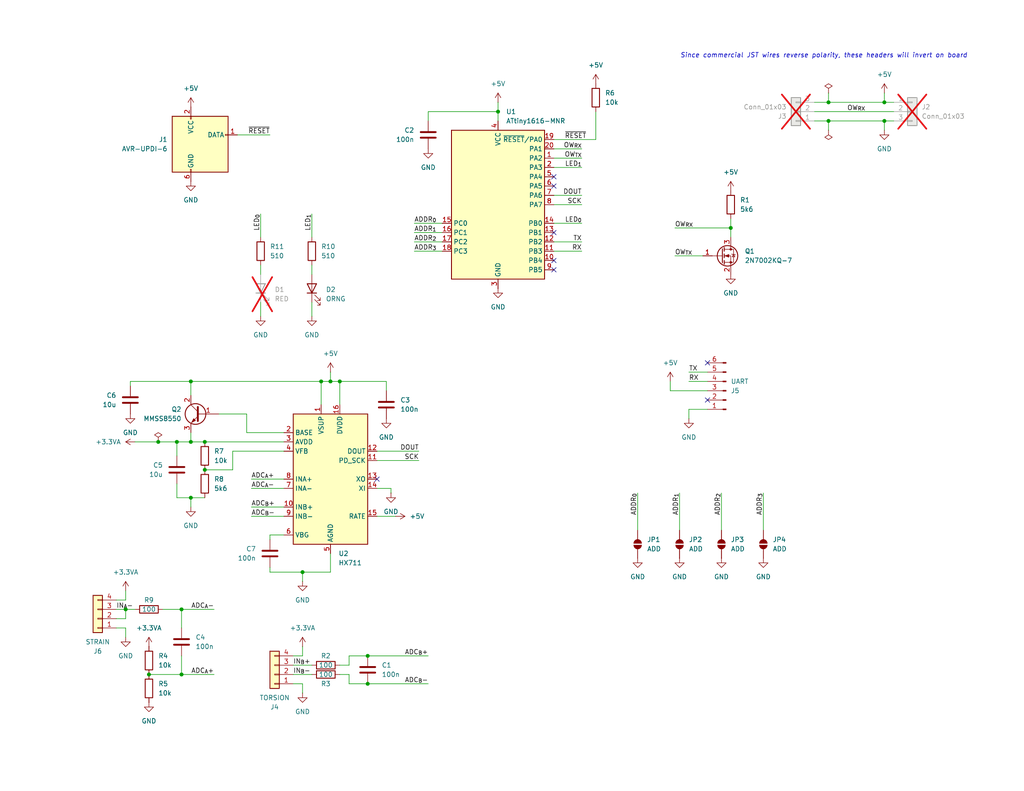
<source format=kicad_sch>
(kicad_sch (version 20231120) (generator "eeschema") (generator_version "8.0")
  (paper "USLetter")
  (title_block (title "Distributed Spar Load Sensors System") (date "2024-08-17") (rev "3") (company "HPVDT") (comment 1 "Uses single wire communication protocol"))
  (lib_symbols
    (symbol "Analog_ADC:HX711"
      (property "Reference" "U" (at 5.08 21.59 0))
      (property "Value" "HX711" (at 7.62 19.05 0))
      (symbol "HX711_0_1"
        (rectangle (start -10.16 17.78) (end 10.16 -17.78) (stroke (width 0.254)) (fill (type background)))
      )
      (symbol "HX711_1_1"
        (pin power_in line (at -2.54 20.32 270) (length 2.54) (name "VSUP") (number "1"))
        (pin input line (at -12.7 -7.62 0) (length 2.54) (name "INB+") (number "10"))
        (pin input line (at 12.7 5.08 180) (length 2.54) (name "PD_SCK") (number "11"))
        (pin output line (at 12.7 7.62 180) (length 2.54) (name "DOUT") (number "12"))
        (pin passive line (at 12.7 0 180) (length 2.54) (name "XO") (number "13"))
        (pin passive line (at 12.7 -2.54 180) (length 2.54) (name "XI") (number "14"))
        (pin input line (at 12.7 -10.16 180) (length 2.54) (name "RATE") (number "15"))
        (pin power_in line (at 2.54 20.32 270) (length 2.54) (name "DVDD") (number "16"))
        (pin passive line (at -12.7 12.7 0) (length 2.54) (name "BASE") (number "2"))
        (pin power_in line (at -12.7 10.16 0) (length 2.54) (name "AVDD") (number "3"))
        (pin input line (at -12.7 7.62 0) (length 2.54) (name "VFB") (number "4"))
        (pin power_in line (at 0 -20.32 90) (length 2.54) (name "AGND") (number "5"))
        (pin passive line (at -12.7 -15.24 0) (length 2.54) (name "VBG") (number "6"))
        (pin input line (at -12.7 -2.54 0) (length 2.54) (name "INA-") (number "7"))
        (pin input line (at -12.7 0 0) (length 2.54) (name "INA+") (number "8"))
        (pin input line (at -12.7 -10.16 0) (length 2.54) (name "INB-") (number "9"))
      )
    )
    (symbol "Connector:AVR-UPDI-6" (pin_names (offset 1.016))
      (property "Reference" "J" (at -6.35 8.89 0))
      (property "Value" "AVR-UPDI-6" (at 0 8.89 0))
      (symbol "AVR-UPDI-6_0_1"
        (rectangle (start -2.667 -6.858) (end -2.413 -7.62))
        (rectangle (start -2.667 7.62) (end -2.413 6.858))
        (rectangle (start 7.62 2.667) (end 6.858 2.413))
        (rectangle (start 7.62 7.62) (end -7.62 -7.62) (stroke (width 0.254)) (fill (type background)))
      )
      (symbol "AVR-UPDI-6_1_1"
        (pin passive line (at 10.16 2.54 180) (length 2.54) (name "DATA") (number "1"))
        (pin passive line (at -2.54 10.16 270) (length 2.54) (name "VCC") (number "2"))
        (pin no_connect line (at 7.62 0 180) (length 2.54) hide (name "NC") (number "3"))
        (pin no_connect line (at 7.62 -2.54 180) (length 2.54) hide (name "NC") (number "4"))
        (pin no_connect line (at 7.62 -5.08 180) (length 2.54) hide (name "NC") (number "5"))
        (pin passive line (at -2.54 -10.16 90) (length 2.54) (name "GND") (number "6"))
      )
    )
    (symbol "Connector:Conn_01x06_Pin" (pin_names (offset 1.016) hide)
      (property "Reference" "J" (at 0 7.62 0))
      (property "Value" "Conn_01x06_Pin" (at 0 -10.16 0))
      (symbol "Conn_01x06_Pin_1_1"
        (polyline (pts (xy 1.27 -7.62) (xy 0.8636 -7.62)) (stroke (width 0.1524)))
        (polyline (pts (xy 1.27 -5.08) (xy 0.8636 -5.08)) (stroke (width 0.1524)))
        (polyline (pts (xy 1.27 -2.54) (xy 0.8636 -2.54)) (stroke (width 0.1524)))
        (polyline (pts (xy 1.27 0) (xy 0.8636 0)) (stroke (width 0.1524)))
        (polyline (pts (xy 1.27 2.54) (xy 0.8636 2.54)) (stroke (width 0.1524)))
        (polyline (pts (xy 1.27 5.08) (xy 0.8636 5.08)) (stroke (width 0.1524)))
        (rectangle (start 0.8636 -7.493) (end 0 -7.747) (stroke (width 0.1524)) (fill (type outline)))
        (rectangle (start 0.8636 -4.953) (end 0 -5.207) (stroke (width 0.1524)) (fill (type outline)))
        (rectangle (start 0.8636 -2.413) (end 0 -2.667) (stroke (width 0.1524)) (fill (type outline)))
        (rectangle (start 0.8636 0.127) (end 0 -0.127) (stroke (width 0.1524)) (fill (type outline)))
        (rectangle (start 0.8636 2.667) (end 0 2.413) (stroke (width 0.1524)) (fill (type outline)))
        (rectangle (start 0.8636 5.207) (end 0 4.953) (stroke (width 0.1524)) (fill (type outline)))
        (pin passive line (at 5.08 5.08 180) (length 3.81) (name "Pin_1") (number "1"))
        (pin passive line (at 5.08 2.54 180) (length 3.81) (name "Pin_2") (number "2"))
        (pin passive line (at 5.08 0 180) (length 3.81) (name "Pin_3") (number "3"))
        (pin passive line (at 5.08 -2.54 180) (length 3.81) (name "Pin_4") (number "4"))
        (pin passive line (at 5.08 -5.08 180) (length 3.81) (name "Pin_5") (number "5"))
        (pin passive line (at 5.08 -7.62 180) (length 3.81) (name "Pin_6") (number "6"))
      )
    )
    (symbol "Connector_Generic:Conn_01x03" (pin_names (offset 1.016) hide)
      (property "Reference" "J" (at 0 5.08 0))
      (property "Value" "Conn_01x03" (at 0 -5.08 0))
      (symbol "Conn_01x03_1_1"
        (rectangle (start -1.27 -2.413) (end 0 -2.667) (stroke (width 0.1524)))
        (rectangle (start -1.27 0.127) (end 0 -0.127) (stroke (width 0.1524)))
        (rectangle (start -1.27 2.667) (end 0 2.413) (stroke (width 0.1524)))
        (rectangle (start -1.27 3.81) (end 1.27 -3.81) (stroke (width 0.254)) (fill (type background)))
        (pin passive line (at -5.08 2.54 0) (length 3.81) (name "Pin_1") (number "1"))
        (pin passive line (at -5.08 0 0) (length 3.81) (name "Pin_2") (number "2"))
        (pin passive line (at -5.08 -2.54 0) (length 3.81) (name "Pin_3") (number "3"))
      )
    )
    (symbol "Connector_Generic:Conn_01x04" (pin_names (offset 1.016) hide)
      (property "Reference" "J" (at 0 5.08 0))
      (property "Value" "Conn_01x04" (at 0 -7.62 0))
      (symbol "Conn_01x04_1_1"
        (rectangle (start -1.27 -4.953) (end 0 -5.207) (stroke (width 0.1524)))
        (rectangle (start -1.27 -2.413) (end 0 -2.667) (stroke (width 0.1524)))
        (rectangle (start -1.27 0.127) (end 0 -0.127) (stroke (width 0.1524)))
        (rectangle (start -1.27 2.667) (end 0 2.413) (stroke (width 0.1524)))
        (rectangle (start -1.27 3.81) (end 1.27 -6.35) (stroke (width 0.254)) (fill (type background)))
        (pin passive line (at -5.08 2.54 0) (length 3.81) (name "Pin_1") (number "1"))
        (pin passive line (at -5.08 0 0) (length 3.81) (name "Pin_2") (number "2"))
        (pin passive line (at -5.08 -2.54 0) (length 3.81) (name "Pin_3") (number "3"))
        (pin passive line (at -5.08 -5.08 0) (length 3.81) (name "Pin_4") (number "4"))
      )
    )
    (symbol "Device:C" (pin_numbers hide) (pin_names (offset 0.254))
      (property "Reference" "C" (at 0.635 2.54 0))
      (property "Value" "C" (at 0.635 -2.54 0))
      (symbol "C_0_1"
        (polyline (pts (xy -2.032 -0.762) (xy 2.032 -0.762)) (stroke (width 0.508)))
        (polyline (pts (xy -2.032 0.762) (xy 2.032 0.762)) (stroke (width 0.508)))
      )
      (symbol "C_1_1"
        (pin passive line (at 0 3.81 270) (length 2.794) (name "~") (number "1"))
        (pin passive line (at 0 -3.81 90) (length 2.794) (name "~") (number "2"))
      )
    )
    (symbol "Device:LED" (pin_numbers hide) (pin_names (offset 1.016) hide)
      (property "Reference" "D" (at 0 2.54 0))
      (property "Value" "LED" (at 0 -2.54 0))
      (symbol "LED_0_1"
        (polyline (pts (xy -1.27 -1.27) (xy -1.27 1.27)) (stroke (width 0.254)))
        (polyline (pts (xy -1.27 0) (xy 1.27 0)))
        (polyline (pts (xy 1.27 -1.27) (xy 1.27 1.27) (xy -1.27 0) (xy 1.27 -1.27)) (stroke (width 0.254)))
        (polyline (pts (xy -3.048 -0.762) (xy -4.572 -2.286) (xy -3.81 -2.286) (xy -4.572 -2.286) (xy -4.572 -1.524)))
        (polyline (pts (xy -1.778 -0.762) (xy -3.302 -2.286) (xy -2.54 -2.286) (xy -3.302 -2.286) (xy -3.302 -1.524)))
      )
      (symbol "LED_1_1"
        (pin passive line (at -3.81 0 0) (length 2.54) (name "K") (number "1"))
        (pin passive line (at 3.81 0 180) (length 2.54) (name "A") (number "2"))
      )
    )
    (symbol "Device:Q_NPN_BCE" (pin_names (offset 0) hide)
      (property "Reference" "Q" (at 5.08 1.27 0))
      (property "Value" "Q_NPN_BCE" (at 5.08 -1.27 0))
      (symbol "Q_NPN_BCE_0_1"
        (polyline (pts (xy 0.635 0.635) (xy 2.54 2.54)))
        (polyline (pts (xy 0.635 -0.635) (xy 2.54 -2.54) (xy 2.54 -2.54)))
        (polyline (pts (xy 0.635 1.905) (xy 0.635 -1.905) (xy 0.635 -1.905)) (stroke (width 0.508)))
        (polyline (pts (xy 1.27 -1.778) (xy 1.778 -1.27) (xy 2.286 -2.286) (xy 1.27 -1.778) (xy 1.27 -1.778)) (fill (type outline)))
        (circle (center 1.27 0) (radius 2.8194) (stroke (width 0.254)))
      )
      (symbol "Q_NPN_BCE_1_1"
        (pin input line (at -5.08 0 0) (length 5.715) (name "B") (number "1"))
        (pin passive line (at 2.54 5.08 270) (length 2.54) (name "C") (number "2"))
        (pin passive line (at 2.54 -5.08 90) (length 2.54) (name "E") (number "3"))
      )
    )
    (symbol "Device:R" (pin_numbers hide) (pin_names (offset 0))
      (property "Reference" "R" (at 2.032 0 90))
      (property "Value" "R" (at 0 0 90))
      (symbol "R_0_1"
        (rectangle (start -1.016 -2.54) (end 1.016 2.54) (stroke (width 0.254)))
      )
      (symbol "R_1_1"
        (pin passive line (at 0 3.81 270) (length 1.27) (name "~") (number "1"))
        (pin passive line (at 0 -3.81 90) (length 1.27) (name "~") (number "2"))
      )
    )
    (symbol "Jumper:SolderJumper_2_Open" (pin_numbers hide) (pin_names (offset 0) hide) (exclude_from_sim yes) (in_bom no)
      (property "Reference" "JP" (at 0 2.032 0))
      (property "Value" "SolderJumper_2_Open" (at 0 -2.54 0))
      (symbol "SolderJumper_2_Open_0_1"
        (arc (start -0.254 1.016) (mid -1.2656 0) (end -0.254 -1.016))
        (arc (start -0.254 1.016) (mid -1.2656 0) (end -0.254 -1.016) (fill (type outline)))
        (polyline (pts (xy -0.254 1.016) (xy -0.254 -1.016)))
        (polyline (pts (xy 0.254 1.016) (xy 0.254 -1.016)))
        (arc (start 0.254 -1.016) (mid 1.2656 0) (end 0.254 1.016))
        (arc (start 0.254 -1.016) (mid 1.2656 0) (end 0.254 1.016) (fill (type outline)))
      )
      (symbol "SolderJumper_2_Open_1_1"
        (pin passive line (at -3.81 0 0) (length 2.54) (name "A") (number "1"))
        (pin passive line (at 3.81 0 180) (length 2.54) (name "B") (number "2"))
      )
    )
    (symbol "MCU_Microchip_ATtiny:ATtiny1616-M"
      (property "Reference" "U" (at -12.7 21.59 0))
      (property "Value" "ATtiny1616-M" (at 2.54 -21.59 0))
      (symbol "ATtiny1616-M_0_1"
        (rectangle (start -12.7 -20.32) (end 12.7 20.32) (stroke (width 0.254)) (fill (type background)))
      )
      (symbol "ATtiny1616-M_1_1"
        (pin bidirectional line (at 15.24 12.7 180) (length 2.54) (name "PA2") (number "1"))
        (pin bidirectional line (at 15.24 -15.24 180) (length 2.54) (name "PB4") (number "10"))
        (pin bidirectional line (at 15.24 -12.7 180) (length 2.54) (name "PB3") (number "11"))
        (pin bidirectional line (at 15.24 -10.16 180) (length 2.54) (name "PB2") (number "12"))
        (pin bidirectional line (at 15.24 -7.62 180) (length 2.54) (name "PB1") (number "13"))
        (pin bidirectional line (at 15.24 -5.08 180) (length 2.54) (name "PB0") (number "14"))
        (pin bidirectional line (at -15.24 -5.08 0) (length 2.54) (name "PC0") (number "15"))
        (pin bidirectional line (at -15.24 -7.62 0) (length 2.54) (name "PC1") (number "16"))
        (pin bidirectional line (at -15.24 -10.16 0) (length 2.54) (name "PC2") (number "17"))
        (pin bidirectional line (at -15.24 -12.7 0) (length 2.54) (name "PC3") (number "18"))
        (pin bidirectional line (at 15.24 17.78 180) (length 2.54) (name "~{RESET}/PA0") (number "19"))
        (pin bidirectional line (at 15.24 10.16 180) (length 2.54) (name "PA3") (number "2"))
        (pin bidirectional line (at 15.24 15.24 180) (length 2.54) (name "PA1") (number "20"))
        (pin passive line (at 0 -22.86 90) (length 2.54) hide (name "GND") (number "21"))
        (pin power_in line (at 0 -22.86 90) (length 2.54) (name "GND") (number "3"))
        (pin power_in line (at 0 22.86 270) (length 2.54) (name "VCC") (number "4"))
        (pin bidirectional line (at 15.24 7.62 180) (length 2.54) (name "PA4") (number "5"))
        (pin bidirectional line (at 15.24 5.08 180) (length 2.54) (name "PA5") (number "6"))
        (pin bidirectional line (at 15.24 2.54 180) (length 2.54) (name "PA6") (number "7"))
        (pin bidirectional line (at 15.24 0 180) (length 2.54) (name "PA7") (number "8"))
        (pin bidirectional line (at 15.24 -17.78 180) (length 2.54) (name "PB5") (number "9"))
      )
    )
    (symbol "Transistor_FET:2N7002" (pin_names hide)
      (property "Reference" "Q" (at 5.08 1.905 0))
      (property "Value" "2N7002" (at 5.08 0 0))
      (symbol "2N7002_0_1"
        (polyline (pts (xy 0.254 0) (xy -2.54 0)))
        (polyline (pts (xy 0.254 1.905) (xy 0.254 -1.905)) (stroke (width 0.254)))
        (polyline (pts (xy 0.762 -1.27) (xy 0.762 -2.286)) (stroke (width 0.254)))
        (polyline (pts (xy 0.762 0.508) (xy 0.762 -0.508)) (stroke (width 0.254)))
        (polyline (pts (xy 0.762 2.286) (xy 0.762 1.27)) (stroke (width 0.254)))
        (polyline (pts (xy 2.54 2.54) (xy 2.54 1.778)))
        (polyline (pts (xy 2.54 -2.54) (xy 2.54 0) (xy 0.762 0)))
        (polyline (pts (xy 0.762 -1.778) (xy 3.302 -1.778) (xy 3.302 1.778) (xy 0.762 1.778)))
        (polyline (pts (xy 1.016 0) (xy 2.032 0.381) (xy 2.032 -0.381) (xy 1.016 0)) (fill (type outline)))
        (polyline (pts (xy 2.794 0.508) (xy 2.921 0.381) (xy 3.683 0.381) (xy 3.81 0.254)))
        (polyline (pts (xy 3.302 0.381) (xy 2.921 -0.254) (xy 3.683 -0.254) (xy 3.302 0.381)))
        (circle (center 1.651 0) (radius 2.794) (stroke (width 0.254)))
        (circle (center 2.54 -1.778) (radius 0.254) (fill (type outline)))
        (circle (center 2.54 1.778) (radius 0.254) (fill (type outline)))
      )
      (symbol "2N7002_1_1"
        (pin input line (at -5.08 0 0) (length 2.54) (name "G") (number "1"))
        (pin passive line (at 2.54 -5.08 90) (length 2.54) (name "S") (number "2"))
        (pin passive line (at 2.54 5.08 270) (length 2.54) (name "D") (number "3"))
      )
    )
    (symbol "power:+3.3VA" (power) (pin_numbers hide) (pin_names (offset 0) hide)
      (property "Value" "+3.3VA" (at 0 3.556 0))
      (symbol "+3.3VA_0_1"
        (polyline (pts (xy -0.762 1.27) (xy 0 2.54)))
        (polyline (pts (xy 0 0) (xy 0 2.54)))
        (polyline (pts (xy 0 2.54) (xy 0.762 1.27)))
      )
      (symbol "+3.3VA_1_1"
        (pin power_in line (at 0 0 90) (length 0) (name "~") (number "1"))
      )
    )
    (symbol "power:+5V" (power) (pin_numbers hide) (pin_names (offset 0) hide)
      (property "Value" "+5V" (at 0 3.556 0))
      (symbol "+5V_0_1"
        (polyline (pts (xy -0.762 1.27) (xy 0 2.54)))
        (polyline (pts (xy 0 0) (xy 0 2.54)))
        (polyline (pts (xy 0 2.54) (xy 0.762 1.27)))
      )
      (symbol "+5V_1_1"
        (pin power_in line (at 0 0 90) (length 0) (name "~") (number "1"))
      )
    )
    (symbol "power:GND" (power) (pin_numbers hide) (pin_names (offset 0) hide)
      (property "Value" "GND" (at 0 -3.81 0))
      (symbol "GND_0_1"
        (polyline (pts (xy 0 0) (xy 0 -1.27) (xy 1.27 -1.27) (xy 0 -2.54) (xy -1.27 -1.27) (xy 0 -1.27)))
      )
      (symbol "GND_1_1"
        (pin power_in line (at 0 0 270) (length 0) (name "~") (number "1"))
      )
    )
    (symbol "power:PWR_FLAG" (power) (pin_numbers hide) (pin_names (offset 0) hide)
      (property "Value" "PWR_FLAG" (at 0 3.81 0))
      (symbol "PWR_FLAG_0_0"
        (pin power_out line (at 0 0 90) (length 0) (name "~") (number "1"))
      )
      (symbol "PWR_FLAG_0_1"
        (polyline (pts (xy 0 0) (xy 0 1.27) (xy -1.016 1.905) (xy 0 2.54) (xy 1.016 1.905) (xy 0 1.27)))
      )
    )
  )
  (junction (at 40.64 184.15))
  (junction (at 226.06 33.02))
  (junction (at 82.55 156.21))
  (junction (at 241.3 33.02))
  (junction (at 90.17 104.14))
  (junction (at 92.71 104.14))
  (junction (at 199.39 62.23))
  (junction (at 241.3 27.94))
  (junction (at 55.88 120.65))
  (junction (at 52.07 120.65))
  (junction (at 226.06 27.94))
  (junction (at 43.18 120.65))
  (junction (at 52.07 135.89))
  (junction (at 100.33 186.69))
  (junction (at 100.33 179.07))
  (junction (at 34.29 166.37))
  (junction (at 52.07 104.14))
  (junction (at 49.53 184.15))
  (junction (at 87.63 104.14))
  (junction (at 48.26 120.65))
  (junction (at 49.53 166.37))
  (junction (at 135.89 30.48))
  (junction (at 55.88 128.27))
  (no_connect (at 193.04 109.22))
  (no_connect (at 151.13 48.26))
  (no_connect (at 102.87 130.81))
  (no_connect (at 151.13 73.66))
  (no_connect (at 151.13 50.8))
  (no_connect (at 193.04 99.06))
  (no_connect (at 151.13 71.12))
  (no_connect (at 151.13 63.5))
  (wire (pts (xy 31.75 168.91) (xy 34.29 168.91)))
  (wire (pts (xy 36.83 120.65) (xy 43.18 120.65)))
  (wire (pts (xy 151.13 68.58) (xy 158.75 68.58)))
  (wire (pts (xy 102.87 140.97) (xy 107.95 140.97)))
  (wire (pts (xy 55.88 120.65) (xy 77.47 120.65)))
  (wire (pts (xy 87.63 104.14) (xy 90.17 104.14)))
  (wire (pts (xy 193.04 106.68) (xy 182.88 106.68)))
  (wire (pts (xy 226.06 25.4) (xy 226.06 27.94)))
  (wire (pts (xy 173.99 134.62) (xy 173.99 144.78)))
  (wire (pts (xy 151.13 66.04) (xy 158.75 66.04)))
  (wire (pts (xy 68.58 133.35) (xy 77.47 133.35)))
  (wire (pts (xy 35.56 104.14) (xy 35.56 105.41)))
  (wire (pts (xy 80.01 179.07) (xy 82.55 179.07)))
  (wire (pts (xy 43.18 120.65) (xy 48.26 120.65)))
  (wire (pts (xy 151.13 60.96) (xy 158.75 60.96)))
  (wire (pts (xy 226.06 33.02) (xy 222.25 33.02)))
  (wire (pts (xy 34.29 166.37) (xy 36.83 166.37)))
  (wire (pts (xy 100.33 179.07) (xy 116.84 179.07)))
  (wire (pts (xy 48.26 120.65) (xy 52.07 120.65)))
  (wire (pts (xy 90.17 156.21) (xy 90.17 151.13)))
  (wire (pts (xy 105.41 104.14) (xy 92.71 104.14)))
  (wire (pts (xy 135.89 30.48) (xy 135.89 33.02)))
  (wire (pts (xy 80.01 181.61) (xy 85.09 181.61)))
  (wire (pts (xy 52.07 118.11) (xy 52.07 120.65)))
  (wire (pts (xy 52.07 135.89) (xy 55.88 135.89)))
  (wire (pts (xy 222.25 30.48) (xy 243.84 30.48)))
  (wire (pts (xy 92.71 104.14) (xy 92.71 110.49)))
  (wire (pts (xy 40.64 184.15) (xy 49.53 184.15)))
  (wire (pts (xy 113.03 63.5) (xy 120.65 63.5)))
  (wire (pts (xy 63.5 128.27) (xy 55.88 128.27)))
  (wire (pts (xy 113.03 66.04) (xy 120.65 66.04)))
  (wire (pts (xy 151.13 55.88) (xy 158.75 55.88)))
  (wire (pts (xy 116.84 30.48) (xy 135.89 30.48)))
  (wire (pts (xy 68.58 130.81) (xy 77.47 130.81)))
  (wire (pts (xy 68.58 140.97) (xy 77.47 140.97)))
  (wire (pts (xy 80.01 184.15) (xy 85.09 184.15)))
  (wire (pts (xy 67.31 118.11) (xy 77.47 118.11)))
  (wire (pts (xy 82.55 179.07) (xy 82.55 176.53)))
  (wire (pts (xy 82.55 156.21) (xy 82.55 158.75)))
  (wire (pts (xy 44.45 166.37) (xy 49.53 166.37)))
  (wire (pts (xy 241.3 33.02) (xy 243.84 33.02)))
  (wire (pts (xy 100.33 186.69) (xy 116.84 186.69)))
  (wire (pts (xy 208.28 134.62) (xy 208.28 144.78)))
  (wire (pts (xy 92.71 181.61) (xy 95.25 181.61)))
  (wire (pts (xy 82.55 186.69) (xy 82.55 189.23)))
  (wire (pts (xy 95.25 184.15) (xy 95.25 186.69)))
  (wire (pts (xy 90.17 104.14) (xy 92.71 104.14)))
  (wire (pts (xy 199.39 62.23) (xy 199.39 64.77)))
  (wire (pts (xy 52.07 135.89) (xy 52.07 138.43)))
  (wire (pts (xy 59.69 113.03) (xy 67.31 113.03)))
  (wire (pts (xy 34.29 168.91) (xy 34.29 166.37)))
  (wire (pts (xy 113.03 68.58) (xy 120.65 68.58)))
  (wire (pts (xy 199.39 62.23) (xy 199.39 59.69)))
  (wire (pts (xy 64.77 36.83) (xy 73.66 36.83)))
  (wire (pts (xy 92.71 184.15) (xy 95.25 184.15)))
  (wire (pts (xy 77.47 146.05) (xy 73.66 146.05)))
  (wire (pts (xy 151.13 45.72) (xy 158.75 45.72)))
  (wire (pts (xy 77.47 123.19) (xy 63.5 123.19)))
  (wire (pts (xy 48.26 135.89) (xy 52.07 135.89)))
  (wire (pts (xy 73.66 154.94) (xy 73.66 156.21)))
  (wire (pts (xy 241.3 33.02) (xy 241.3 35.56)))
  (wire (pts (xy 151.13 40.64) (xy 158.75 40.64)))
  (wire (pts (xy 151.13 43.18) (xy 158.75 43.18)))
  (wire (pts (xy 187.96 104.14) (xy 193.04 104.14)))
  (wire (pts (xy 49.53 171.45) (xy 49.53 166.37)))
  (wire (pts (xy 63.5 123.19) (xy 63.5 128.27)))
  (wire (pts (xy 73.66 156.21) (xy 82.55 156.21)))
  (wire (pts (xy 162.56 38.1) (xy 162.56 30.48)))
  (wire (pts (xy 58.42 166.37) (xy 49.53 166.37)))
  (wire (pts (xy 68.58 138.43) (xy 77.47 138.43)))
  (wire (pts (xy 184.15 62.23) (xy 199.39 62.23)))
  (wire (pts (xy 35.56 104.14) (xy 52.07 104.14)))
  (wire (pts (xy 34.29 161.29) (xy 34.29 163.83)))
  (wire (pts (xy 71.12 58.42) (xy 71.12 64.77)))
  (wire (pts (xy 80.01 186.69) (xy 82.55 186.69)))
  (wire (pts (xy 52.07 120.65) (xy 55.88 120.65)))
  (wire (pts (xy 87.63 110.49) (xy 87.63 104.14)))
  (wire (pts (xy 226.06 33.02) (xy 241.3 33.02)))
  (wire (pts (xy 184.15 69.85) (xy 191.77 69.85)))
  (wire (pts (xy 85.09 74.93) (xy 85.09 72.39)))
  (wire (pts (xy 85.09 58.42) (xy 85.09 64.77)))
  (wire (pts (xy 95.25 181.61) (xy 95.25 179.07)))
  (wire (pts (xy 106.68 133.35) (xy 106.68 134.62)))
  (wire (pts (xy 102.87 125.73) (xy 114.3 125.73)))
  (wire (pts (xy 193.04 111.76) (xy 187.96 111.76)))
  (wire (pts (xy 71.12 86.36) (xy 71.12 82.55)))
  (wire (pts (xy 34.29 171.45) (xy 34.29 173.99)))
  (wire (pts (xy 187.96 101.6) (xy 193.04 101.6)))
  (wire (pts (xy 90.17 101.6) (xy 90.17 104.14)))
  (wire (pts (xy 241.3 25.4) (xy 241.3 27.94)))
  (wire (pts (xy 102.87 123.19) (xy 114.3 123.19)))
  (wire (pts (xy 34.29 163.83) (xy 31.75 163.83)))
  (wire (pts (xy 151.13 53.34) (xy 158.75 53.34)))
  (wire (pts (xy 196.85 134.62) (xy 196.85 144.78)))
  (wire (pts (xy 82.55 156.21) (xy 90.17 156.21)))
  (wire (pts (xy 105.41 104.14) (xy 105.41 106.68)))
  (wire (pts (xy 241.3 27.94) (xy 243.84 27.94)))
  (wire (pts (xy 85.09 86.36) (xy 85.09 82.55)))
  (wire (pts (xy 52.07 104.14) (xy 87.63 104.14)))
  (wire (pts (xy 226.06 35.56) (xy 226.06 33.02)))
  (wire (pts (xy 95.25 186.69) (xy 100.33 186.69)))
  (wire (pts (xy 48.26 120.65) (xy 48.26 124.46)))
  (wire (pts (xy 48.26 132.08) (xy 48.26 135.89)))
  (wire (pts (xy 102.87 133.35) (xy 106.68 133.35)))
  (wire (pts (xy 73.66 146.05) (xy 73.66 147.32)))
  (wire (pts (xy 185.42 134.62) (xy 185.42 144.78)))
  (wire (pts (xy 182.88 106.68) (xy 182.88 104.14)))
  (wire (pts (xy 31.75 171.45) (xy 34.29 171.45)))
  (wire (pts (xy 31.75 166.37) (xy 34.29 166.37)))
  (wire (pts (xy 49.53 179.07) (xy 49.53 184.15)))
  (wire (pts (xy 222.25 27.94) (xy 226.06 27.94)))
  (wire (pts (xy 71.12 74.93) (xy 71.12 72.39)))
  (wire (pts (xy 151.13 38.1) (xy 162.56 38.1)))
  (wire (pts (xy 113.03 60.96) (xy 120.65 60.96)))
  (wire (pts (xy 135.89 27.94) (xy 135.89 30.48)))
  (wire (pts (xy 52.07 104.14) (xy 52.07 107.95)))
  (wire (pts (xy 58.42 184.15) (xy 49.53 184.15)))
  (wire (pts (xy 187.96 111.76) (xy 187.96 114.3)))
  (wire (pts (xy 226.06 27.94) (xy 241.3 27.94)))
  (wire (pts (xy 67.31 113.03) (xy 67.31 118.11)))
  (wire (pts (xy 95.25 179.07) (xy 100.33 179.07)))
  (wire (pts (xy 116.84 33.02) (xy 116.84 30.48)))
  (text "Since commercial JST wires reverse polarity, these headers will invert on board" (at 224.79 15.24 0) (effects (font (size 1.27 1.27) (italic yes))))
  (label "LED_{1}" (at 158.75 45.72 180))
  (label "ADC_{B}-" (at 116.84 186.69 180))
  (label "TX" (at 187.96 101.6 0))
  (label "IN_{B}+" (at 80.01 181.61 0))
  (label "ADC_{B}-" (at 68.58 140.97 0))
  (label "OW_{RX}" (at 231.14 30.48 0))
  (label "ADC_{B}+" (at 116.84 179.07 180))
  (label "ADC_{B}+" (at 68.58 138.43 0))
  (label "IN_{B}-" (at 80.01 184.15 0))
  (label "ADC_{A}+" (at 58.42 184.15 180))
  (label "ADC_{A}+" (at 68.58 130.81 0))
  (label "SCK" (at 114.3 125.73 180))
  (label "~{RESET}" (at 73.66 36.83 180))
  (label "ADDR_{0}" (at 113.03 60.96 0))
  (label "ADDR_{1}" (at 113.03 63.5 0))
  (label "RX" (at 158.75 68.58 180))
  (label "SCK" (at 158.75 55.88 180))
  (label "OW_{RX}" (at 158.75 40.64 180))
  (label "LED_{0}" (at 158.75 60.96 180))
  (label "DOUT" (at 158.75 53.34 180))
  (label "OW_{TX}" (at 184.15 69.85 0))
  (label "DOUT" (at 114.3 123.19 180))
  (label "RX" (at 187.96 104.14 0))
  (label "ADC_{A}-" (at 68.58 133.35 0))
  (label "ADDR_{3}" (at 113.03 68.58 0))
  (label "ADDR_{3}" (at 208.28 134.62 270))
  (label "ADDR_{2}" (at 113.03 66.04 0))
  (label "ADDR_{0}" (at 173.99 134.62 270))
  (label "ADC_{A}-" (at 58.42 166.37 180))
  (label "TX" (at 158.75 66.04 180))
  (label "~{RESET}" (at 160.02 38.1 180))
  (label "LED_{0}" (at 71.12 58.42 270))
  (label "OW_{TX}" (at 158.75 43.18 180))
  (label "ADDR_{1}" (at 185.42 134.62 270))
  (label "ADDR_{2}" (at 196.85 134.62 270))
  (label "IN_{A}-" (at 31.75 166.37 0))
  (label "LED_{1}" (at 85.09 58.42 270))
  (label "OW_{RX}" (at 184.15 62.23 0))
  (symbol (lib_id "Device:C") (at 100.33 182.88 0) (unit 1)
    (property "Reference" "C1" (at 104.14 181.6099 0) (effects (justify left)))
    (property "Value" "100n" (at 104.14 184.1499 0) (effects (justify left)))
    (property "Footprint" "Capacitor_SMD:C_0402_1005Metric" (effects (hide yes)))
    (property "Description" "Unpolarized capacitor" (effects (hide yes)))
    (property "LCSC" "C5448875" (effects (hide yes)))
  )
  (symbol (lib_id "Device:R") (at 40.64 180.34 0) (unit 1)
    (property "Reference" "R4" (at 43.18 179.0699 0) (effects (justify left)))
    (property "Value" "10k" (at 43.18 181.6099 0) (effects (justify left)))
    (property "Footprint" "Resistor_SMD:R_0402_1005Metric" (effects (hide yes)))
    (property "Description" "Resistor" (effects (hide yes)))
    (property "LCSC" "C191915" (effects (hide yes)))
  )
  (symbol (lib_id "power:GND") (at 85.09 86.36 0) (unit 1)
    (property "Reference" "#PWR032" (effects (hide yes)))
    (property "Value" "GND" (at 85.09 91.44 0))
    (property "Description" "Power symbol creates a global label with name \"GND\" , ground" (effects (hide yes)))
  )
  (symbol (lib_id "power:+3.3VA") (at 40.64 176.53 0) (unit 1)
    (property "Reference" "#PWR029" (effects (hide yes)))
    (property "Value" "+3.3VA" (at 40.64 171.45 0))
    (property "Description" "Power symbol creates a global label with name \"+3.3VA\"" (effects (hide yes)))
  )
  (symbol (lib_id "Device:R") (at 55.88 124.46 0) (unit 1)
    (property "Reference" "R7" (at 58.42 123.1899 0) (effects (justify left)))
    (property "Value" "10k" (at 58.42 125.7299 0) (effects (justify left)))
    (property "Footprint" "Resistor_SMD:R_0402_1005Metric" (effects (hide yes)))
    (property "Description" "Resistor" (effects (hide yes)))
    (property "LCSC" "C723353" (effects (hide yes)))
  )
  (symbol (lib_id "Device:C") (at 105.41 110.49 0) (unit 1)
    (property "Reference" "C3" (at 109.22 109.2199 0) (effects (justify left)))
    (property "Value" "100n" (at 109.22 111.7599 0) (effects (justify left)))
    (property "Footprint" "Capacitor_SMD:C_0402_1005Metric" (effects (hide yes)))
    (property "Description" "Unpolarized capacitor" (effects (hide yes)))
    (property "LCSC" "C5448875" (effects (hide yes)))
  )
  (symbol (lib_id "power:+3.3VA") (at 36.83 120.65 90) (unit 1)
    (property "Reference" "#PWR025" (effects (hide yes)))
    (property "Value" "+3.3VA" (at 33.02 120.6499 90) (effects (justify left)))
    (property "Description" "Power symbol creates a global label with name \"+3.3VA\"" (effects (hide yes)))
  )
  (symbol (lib_id "Device:R") (at 55.88 132.08 0) (unit 1)
    (property "Reference" "R8" (at 58.42 130.8099 0) (effects (justify left)))
    (property "Value" "5k6" (at 58.42 133.3499 0) (effects (justify left)))
    (property "Footprint" "Resistor_SMD:R_0402_1005Metric" (effects (hide yes)))
    (property "Description" "Resistor" (effects (hide yes)))
    (property "LCSC" "C340537" (effects (hide yes)))
  )
  (symbol (lib_id "Device:R") (at 162.56 26.67 0) (unit 1)
    (property "Reference" "R6" (at 165.1 25.3999 0) (effects (justify left)))
    (property "Value" "10k" (at 165.1 27.9399 0) (effects (justify left)))
    (property "Footprint" "Resistor_SMD:R_0402_1005Metric" (effects (hide yes)))
    (property "Description" "Resistor" (effects (hide yes)))
    (property "LCSC" "C723353" (effects (hide yes)))
  )
  (symbol (lib_id "power:+5V") (at 162.56 22.86 0) (unit 1)
    (property "Reference" "#PWR026" (effects (hide yes)))
    (property "Value" "+5V" (at 162.56 17.78 0))
    (property "Description" "Power symbol creates a global label with name \"+5V\"" (effects (hide yes)))
  )
  (symbol (lib_id "Device:R") (at 199.39 55.88 0) (unit 1)
    (property "Reference" "R1" (at 201.93 54.6099 0) (effects (justify left)))
    (property "Value" "5k6" (at 201.93 57.1499 0) (effects (justify left)))
    (property "Footprint" "Resistor_SMD:R_0402_1005Metric" (effects (hide yes)))
    (property "Description" "Resistor" (effects (hide yes)))
    (property "LCSC" "C340537" (effects (hide yes)))
  )
  (symbol (lib_id "power:GND") (at 185.42 152.4 0) (unit 1)
    (property "Reference" "#PWR012" (effects (hide yes)))
    (property "Value" "GND" (at 185.42 157.48 0))
    (property "Description" "Power symbol creates a global label with name \"GND\" , ground" (effects (hide yes)))
  )
  (symbol (lib_id "Device:R") (at 40.64 187.96 0) (unit 1)
    (property "Reference" "R5" (at 43.18 186.6899 0) (effects (justify left)))
    (property "Value" "10k" (at 43.18 189.2299 0) (effects (justify left)))
    (property "Footprint" "Resistor_SMD:R_0402_1005Metric" (effects (hide yes)))
    (property "Description" "Resistor" (effects (hide yes)))
    (property "LCSC" "C191915" (effects (hide yes)))
  )
  (symbol (lib_id "Connector:AVR-UPDI-6") (at 54.61 39.37 0) (unit 1) (in_bom no)
    (property "Reference" "J1" (at 45.72 38.0999 0) (effects (justify right)))
    (property "Value" "AVR-UPDI-6" (at 45.72 40.6399 0) (effects (justify right)))
    (property "Footprint" "Connector:Tag-Connect_TC2030-IDC-NL_2x03_P1.27mm_Vertical" (effects (hide yes)))
    (property "Datasheet" "https://www.microchip.com/webdoc/GUID-9D10622A-5C16-4405-B092-1BDD437B4976/index.html?GUID-9B349315-2842-4189-B88C-49F4E1055D7F" (effects (hide yes)))
    (property "Description" "Atmel 6-pin UPDI connector" (effects (hide yes)))
    (property "LCSC" "N/A" (effects (hide yes)))
  )
  (symbol (lib_id "Device:C") (at 48.26 128.27 0) (mirror y) (unit 1)
    (property "Reference" "C5" (at 44.45 126.9999 0) (effects (justify left)))
    (property "Value" "10u" (at 44.45 129.5399 0) (effects (justify left)))
    (property "Footprint" "Capacitor_SMD:C_0603_1608Metric" (effects (hide yes)))
    (property "Description" "Unpolarized capacitor" (effects (hide yes)))
    (property "LCSC" "C5360828" (effects (hide yes)))
  )
  (symbol (lib_id "power:GND") (at 196.85 152.4 0) (unit 1)
    (property "Reference" "#PWR013" (effects (hide yes)))
    (property "Value" "GND" (at 196.85 157.48 0))
    (property "Description" "Power symbol creates a global label with name \"GND\" , ground" (effects (hide yes)))
  )
  (symbol (lib_id "Device:C") (at 116.84 36.83 0) (mirror y) (unit 1)
    (property "Reference" "C2" (at 113.03 35.5599 0) (effects (justify left)))
    (property "Value" "100n" (at 113.03 38.0999 0) (effects (justify left)))
    (property "Footprint" "Capacitor_SMD:C_0402_1005Metric" (effects (hide yes)))
    (property "Description" "Unpolarized capacitor" (effects (hide yes)))
    (property "LCSC" "C5448875" (effects (hide yes)))
  )
  (symbol (lib_id "power:+5V") (at 52.07 29.21 0) (unit 1)
    (property "Reference" "#PWR021" (effects (hide yes)))
    (property "Value" "+5V" (at 52.07 24.13 0))
    (property "Description" "Power symbol creates a global label with name \"+5V\"" (effects (hide yes)))
  )
  (symbol (lib_id "power:PWR_FLAG") (at 226.06 25.4 0) (unit 1)
    (property "Reference" "#FLG02" (effects (hide yes)))
    (property "Value" "PWR_FLAG" (effects (hide yes)))
    (property "Description" "Special symbol for telling ERC where power comes from" (effects (hide yes)))
  )
  (symbol (lib_id "Device:R") (at 85.09 68.58 0) (unit 1)
    (property "Reference" "R10" (at 87.63 67.3099 0) (effects (justify left)))
    (property "Value" "510" (at 87.63 69.8499 0) (effects (justify left)))
    (property "Footprint" "Resistor_SMD:R_0402_1005Metric" (effects (hide yes)))
    (property "Description" "Resistor" (effects (hide yes)))
    (property "LCSC" "C2991609" (effects (hide yes)))
  )
  (symbol (lib_id "Device:LED") (at 85.09 78.74 90) (unit 1)
    (property "Reference" "D2" (at 88.9 79.0574 90) (effects (justify right)))
    (property "Value" "ORNG" (at 88.9 81.5974 90) (effects (justify right)))
    (property "Footprint" "LED_SMD:LED_0805_2012Metric" (effects (hide yes)))
    (property "Description" "Light emitting diode" (effects (hide yes)))
    (property "LCSC" "C2292" (effects (hide yes)))
  )
  (symbol (lib_id "Device:R") (at 40.64 166.37 90) (unit 1)
    (property "Reference" "R9" (at 40.64 163.83 90))
    (property "Value" "100" (at 40.64 166.37 90))
    (property "Footprint" "Resistor_SMD:R_0402_1005Metric" (effects (hide yes)))
    (property "Description" "Resistor" (effects (hide yes)))
    (property "LCSC" "C606168" (effects (hide yes)))
  )
  (symbol (lib_id "Device:Q_NPN_BCE") (at 54.61 113.03 0) (mirror y) (unit 1)
    (property "Reference" "Q2" (at 49.53 111.7599 0) (effects (justify left)))
    (property "Value" "MMSS8550" (at 49.53 114.2999 0) (effects (justify left)))
    (property "Footprint" "Package_TO_SOT_SMD:SOT-23" (effects (hide yes)))
    (property "Datasheet" "https://wmsc.lcsc.com/wmsc/upload/file/pdf/v2/lcsc/2304281737_MCC-Micro-Commercial-Components-MMSS8550-H-TP_C192429.pdf" (effects (hide yes)))
    (property "Description" "NPN transistor, base/collector/emitter" (effects (hide yes)))
    (property "LCSC" "C192429" (effects (hide yes)))
  )
  (symbol (lib_id "power:+5V") (at 199.39 52.07 0) (unit 1)
    (property "Reference" "#PWR023" (effects (hide yes)))
    (property "Value" "+5V" (at 199.39 46.99 0))
    (property "Description" "Power symbol creates a global label with name \"+5V\"" (effects (hide yes)))
  )
  (symbol (lib_id "power:+5V") (at 135.89 27.94 0) (unit 1)
    (property "Reference" "#PWR022" (effects (hide yes)))
    (property "Value" "+5V" (at 135.89 22.86 0))
    (property "Description" "Power symbol creates a global label with name \"+5V\"" (effects (hide yes)))
  )
  (symbol (lib_id "power:GND") (at 241.3 35.56 0) (unit 1)
    (property "Reference" "#PWR020" (effects (hide yes)))
    (property "Value" "GND" (at 241.3 40.64 0))
    (property "Description" "Power symbol creates a global label with name \"GND\" , ground" (effects (hide yes)))
  )
  (symbol (lib_id "power:GND") (at 187.96 114.3 0) (unit 1)
    (property "Reference" "#PWR015" (effects (hide yes)))
    (property "Value" "GND" (at 187.96 119.38 0))
    (property "Description" "Power symbol creates a global label with name \"GND\" , ground" (effects (hide yes)))
  )
  (symbol (lib_id "Jumper:SolderJumper_2_Open") (at 208.28 148.59 90) (unit 1) (exclude_from_sim yes) (in_bom no)
    (property "Reference" "JP4" (at 210.82 147.3199 90) (effects (justify right)))
    (property "Value" "ADD" (at 210.82 149.8599 90) (effects (justify right)))
    (property "Footprint" "Jumper:SolderJumper-2_P1.3mm_Open_TrianglePad1.0x1.5mm" (effects (hide yes)))
    (property "Description" "Solder Jumper, 2-pole, open" (effects (hide yes)))
    (property "LCSC" "N/A" (effects (hide yes)))
  )
  (symbol (lib_id "power:GND") (at 106.68 134.62 0) (unit 1)
    (property "Reference" "#PWR03" (effects (hide yes)))
    (property "Value" "GND" (at 106.68 139.7 0))
    (property "Description" "Power symbol creates a global label with name \"GND\" , ground" (effects (hide yes)))
  )
  (symbol (lib_id "Connector_Generic:Conn_01x04") (at 26.67 168.91 180) (unit 1) (in_bom no)
    (property "Reference" "J6" (at 26.67 177.8 0))
    (property "Value" "STRAIN" (at 26.67 175.26 0))
    (property "Footprint" "Connector_PinHeader_2.00mm:PinHeader_1x04_P2.00mm_Vertical" (effects (hide yes)))
    (property "Description" "Generic connector, single row, 01x04, script generated (kicad-library-utils/schlib/autogen/connector/)" (effects (hide yes)))
    (property "LCSC" "N/A" (effects (hide yes)))
  )
  (symbol (lib_id "Connector_Generic:Conn_01x04") (at 74.93 184.15 180) (unit 1) (in_bom no)
    (property "Reference" "J4" (at 74.93 193.04 0))
    (property "Value" "TORSION" (at 74.93 190.5 0))
    (property "Footprint" "Connector_PinHeader_2.00mm:PinHeader_1x04_P2.00mm_Vertical" (effects (hide yes)))
    (property "Description" "Generic connector, single row, 01x04, script generated (kicad-library-utils/schlib/autogen/connector/)" (effects (hide yes)))
    (property "LCSC" "N/A" (effects (hide yes)))
  )
  (symbol (lib_id "Jumper:SolderJumper_2_Open") (at 185.42 148.59 90) (unit 1) (exclude_from_sim yes) (in_bom no)
    (property "Reference" "JP2" (at 187.96 147.3199 90) (effects (justify right)))
    (property "Value" "ADD" (at 187.96 149.8599 90) (effects (justify right)))
    (property "Footprint" "Jumper:SolderJumper-2_P1.3mm_Open_TrianglePad1.0x1.5mm" (effects (hide yes)))
    (property "Description" "Solder Jumper, 2-pole, open" (effects (hide yes)))
    (property "LCSC" "N/A" (effects (hide yes)))
  )
  (symbol (lib_id "power:+3.3VA") (at 82.55 176.53 0) (unit 1)
    (property "Reference" "#PWR028" (effects (hide yes)))
    (property "Value" "+3.3VA" (at 82.55 171.45 0))
    (property "Description" "Power symbol creates a global label with name \"+3.3VA\"" (effects (hide yes)))
  )
  (symbol (lib_id "power:GND") (at 116.84 40.64 0) (mirror y) (unit 1)
    (property "Reference" "#PWR018" (effects (hide yes)))
    (property "Value" "GND" (at 116.84 45.72 0))
    (property "Description" "Power symbol creates a global label with name \"GND\" , ground" (effects (hide yes)))
  )
  (symbol (lib_id "Jumper:SolderJumper_2_Open") (at 173.99 148.59 90) (unit 1) (exclude_from_sim yes) (in_bom no)
    (property "Reference" "JP1" (at 176.53 147.3199 90) (effects (justify right)))
    (property "Value" "ADD" (at 176.53 149.8599 90) (effects (justify right)))
    (property "Footprint" "Jumper:SolderJumper-2_P1.3mm_Open_TrianglePad1.0x1.5mm" (effects (hide yes)))
    (property "Description" "Solder Jumper, 2-pole, open" (effects (hide yes)))
    (property "LCSC" "N/A" (effects (hide yes)))
  )
  (symbol (lib_id "power:+5V") (at 90.17 101.6 0) (unit 1)
    (property "Reference" "#PWR01" (effects (hide yes)))
    (property "Value" "+5V" (at 90.17 96.52 0))
    (property "Description" "Power symbol creates a global label with name \"+5V\"" (effects (hide yes)))
  )
  (symbol (lib_id "power:GND") (at 35.56 113.03 0) (unit 1)
    (property "Reference" "#PWR07" (effects (hide yes)))
    (property "Value" "GND" (at 35.56 118.11 0))
    (property "Description" "Power symbol creates a global label with name \"GND\" , ground" (effects (hide yes)))
  )
  (symbol (lib_id "MCU_Microchip_ATtiny:ATtiny1616-M") (at 135.89 55.88 0) (unit 1)
    (property "Reference" "U1" (at 138.0841 30.48 0) (effects (justify left)))
    (property "Value" "ATtiny1616-MNR" (at 138.0841 33.02 0) (effects (justify left)))
    (property "Footprint" "Package_DFN_QFN:VQFN-20-1EP_3x3mm_P0.4mm_EP1.7x1.7mm" (effects (hide yes)))
    (property "Datasheet" "http://ww1.microchip.com/downloads/en/DeviceDoc/ATtiny3216_ATtiny1616-data-sheet-40001997B.pdf" (effects (hide yes)))
    (property "Description" "20MHz, 16kB Flash, 2kB SRAM, 256B EEPROM, VQFN-20" (effects (hide yes)))
    (property "LCSC" "C507118" (effects (hide yes)))
  )
  (symbol (lib_id "Connector_Generic:Conn_01x03") (at 248.92 30.48 0) (unit 1) (dnp yes)
    (property "Reference" "J2" (at 251.46 29.2099 0) (effects (justify left)))
    (property "Value" "Conn_01x03" (at 251.46 31.7499 0) (effects (justify left)))
    (property "Footprint" "Connector_JST:JST_EH_B3B-EH-A_1x03_P2.50mm_Vertical" (effects (hide yes)))
    (property "Description" "Generic connector, single row, 01x03, script generated (kicad-library-utils/schlib/autogen/connector/)" (effects (hide yes)))
    (property "LCSC" "C398546" (effects (hide yes)))
  )
  (symbol (lib_id "Device:C") (at 73.66 151.13 0) (mirror y) (unit 1)
    (property "Reference" "C7" (at 69.85 149.8599 0) (effects (justify left)))
    (property "Value" "100n" (at 69.85 152.3999 0) (effects (justify left)))
    (property "Footprint" "Capacitor_SMD:C_0402_1005Metric" (effects (hide yes)))
    (property "Description" "Unpolarized capacitor" (effects (hide yes)))
    (property "LCSC" "C5448875" (effects (hide yes)))
  )
  (symbol (lib_id "power:+5V") (at 241.3 25.4 0) (unit 1)
    (property "Reference" "#PWR030" (effects (hide yes)))
    (property "Value" "+5V" (at 241.3 20.32 0))
    (property "Description" "Power symbol creates a global label with name \"+5V\"" (effects (hide yes)))
  )
  (symbol (lib_id "Device:C") (at 35.56 109.22 0) (mirror y) (unit 1)
    (property "Reference" "C6" (at 31.75 107.9499 0) (effects (justify left)))
    (property "Value" "10u" (at 31.75 110.4899 0) (effects (justify left)))
    (property "Footprint" "Capacitor_SMD:C_0603_1608Metric" (effects (hide yes)))
    (property "Description" "Unpolarized capacitor" (effects (hide yes)))
    (property "LCSC" "C5360828" (effects (hide yes)))
  )
  (symbol (lib_id "power:GND") (at 52.07 49.53 0) (unit 1)
    (property "Reference" "#PWR019" (effects (hide yes)))
    (property "Value" "GND" (at 52.07 54.61 0))
    (property "Description" "Power symbol creates a global label with name \"GND\" , ground" (effects (hide yes)))
  )
  (symbol (lib_id "power:GND") (at 105.41 114.3 0) (unit 1)
    (property "Reference" "#PWR06" (effects (hide yes)))
    (property "Value" "GND" (at 105.41 119.38 0))
    (property "Description" "Power symbol creates a global label with name \"GND\" , ground" (effects (hide yes)))
  )
  (symbol (lib_id "power:GND") (at 52.07 138.43 0) (unit 1)
    (property "Reference" "#PWR05" (effects (hide yes)))
    (property "Value" "GND" (at 52.07 143.51 0))
    (property "Description" "Power symbol creates a global label with name \"GND\" , ground" (effects (hide yes)))
  )
  (symbol (lib_id "power:GND") (at 208.28 152.4 0) (unit 1)
    (property "Reference" "#PWR014" (effects (hide yes)))
    (property "Value" "GND" (at 208.28 157.48 0))
    (property "Description" "Power symbol creates a global label with name \"GND\" , ground" (effects (hide yes)))
  )
  (symbol (lib_id "power:GND") (at 199.39 74.93 0) (unit 1)
    (property "Reference" "#PWR016" (effects (hide yes)))
    (property "Value" "GND" (at 199.39 80.01 0))
    (property "Description" "Power symbol creates a global label with name \"GND\" , ground" (effects (hide yes)))
  )
  (symbol (lib_id "power:+3.3VA") (at 34.29 161.29 0) (unit 1)
    (property "Reference" "#PWR027" (effects (hide yes)))
    (property "Value" "+3.3VA" (at 34.29 156.21 0))
    (property "Description" "Power symbol creates a global label with name \"+3.3VA\"" (effects (hide yes)))
  )
  (symbol (lib_id "power:GND") (at 71.12 86.36 0) (unit 1)
    (property "Reference" "#PWR031" (effects (hide yes)))
    (property "Value" "GND" (at 71.12 91.44 0))
    (property "Description" "Power symbol creates a global label with name \"GND\" , ground" (effects (hide yes)))
  )
  (symbol (lib_id "Connector_Generic:Conn_01x03") (at 217.17 30.48 180) (unit 1) (dnp yes)
    (property "Reference" "J3" (at 214.63 31.7501 0) (effects (justify left)))
    (property "Value" "Conn_01x03" (at 214.63 29.2101 0) (effects (justify left)))
    (property "Footprint" "Connector_JST:JST_EH_B3B-EH-A_1x03_P2.50mm_Vertical" (effects (hide yes)))
    (property "Description" "Generic connector, single row, 01x03, script generated (kicad-library-utils/schlib/autogen/connector/)" (effects (hide yes)))
    (property "LCSC" "C398546" (effects (hide yes)))
  )
  (symbol (lib_id "Device:C") (at 49.53 175.26 0) (unit 1)
    (property "Reference" "C4" (at 53.34 173.9899 0) (effects (justify left)))
    (property "Value" "100n" (at 53.34 176.5299 0) (effects (justify left)))
    (property "Footprint" "Capacitor_SMD:C_0402_1005Metric" (effects (hide yes)))
    (property "Description" "Unpolarized capacitor" (effects (hide yes)))
    (property "LCSC" "C5448875" (effects (hide yes)))
  )
  (symbol (lib_id "Connector:Conn_01x06_Pin") (at 198.12 106.68 180) (unit 1) (in_bom no)
    (property "Reference" "J5" (at 199.39 106.6801 0) (effects (justify right)))
    (property "Value" "UART" (at 199.39 104.1401 0) (effects (justify right)))
    (property "Footprint" "Connector_PinHeader_2.54mm:PinHeader_1x06_P2.54mm_Vertical" (effects (hide yes)))
    (property "Description" "Generic connector, single row, 01x06, script generated" (effects (hide yes)))
    (property "LCSC" "N/A" (effects (hide yes)))
  )
  (symbol (lib_id "power:+5V") (at 107.95 140.97 270) (unit 1)
    (property "Reference" "#PWR02" (effects (hide yes)))
    (property "Value" "+5V" (at 111.76 140.9699 90) (effects (justify left)))
    (property "Description" "Power symbol creates a global label with name \"+5V\"" (effects (hide yes)))
  )
  (symbol (lib_id "power:PWR_FLAG") (at 226.06 35.56 0) (mirror x) (unit 1)
    (property "Reference" "#FLG03" (effects (hide yes)))
    (property "Value" "PWR_FLAG" (effects (hide yes)))
    (property "Description" "Special symbol for telling ERC where power comes from" (effects (hide yes)))
  )
  (symbol (lib_id "power:GND") (at 173.99 152.4 0) (unit 1)
    (property "Reference" "#PWR011" (effects (hide yes)))
    (property "Value" "GND" (at 173.99 157.48 0))
    (property "Description" "Power symbol creates a global label with name \"GND\" , ground" (effects (hide yes)))
  )
  (symbol (lib_id "power:GND") (at 82.55 189.23 0) (unit 1)
    (property "Reference" "#PWR010" (effects (hide yes)))
    (property "Value" "GND" (at 82.55 194.31 0))
    (property "Description" "Power symbol creates a global label with name \"GND\" , ground" (effects (hide yes)))
  )
  (symbol (lib_id "Analog_ADC:HX711") (at 90.17 130.81 0) (unit 1)
    (property "Reference" "U2" (at 92.3641 151.13 0) (effects (justify left)))
    (property "Value" "HX711" (at 92.3641 153.67 0) (effects (justify left)))
    (property "Footprint" "Package_SO:SOP-16_3.9x9.9mm_P1.27mm" (effects (hide yes)))
    (property "Datasheet" "https://web.archive.org/web/20220615044707/https://akizukidenshi.com/download/ds/avia/hx711.pdf" (effects (hide yes)))
    (property "Description" "24-Bit Analog-to-Digital Converter (ADC) for Weight Scales" (effects (hide yes)))
    (property "LCSC" "C6705483" (effects (hide yes)))
  )
  (symbol (lib_id "Device:LED") (at 71.12 78.74 90) (unit 1) (in_bom no) (dnp yes)
    (property "Reference" "D1" (at 74.93 79.0574 90) (effects (justify right)))
    (property "Value" "RED" (at 74.93 81.5974 90) (effects (justify right)))
    (property "Footprint" "LED_SMD:LED_0805_2012Metric" (effects (hide yes)))
    (property "Description" "Light emitting diode" (effects (hide yes)))
    (property "LCSC" "N/A" (effects (hide yes)))
  )
  (symbol (lib_id "power:GND") (at 34.29 173.99 0) (unit 1)
    (property "Reference" "#PWR08" (effects (hide yes)))
    (property "Value" "GND" (at 34.29 179.07 0))
    (property "Description" "Power symbol creates a global label with name \"GND\" , ground" (effects (hide yes)))
  )
  (symbol (lib_id "Device:R") (at 88.9 184.15 90) (unit 1)
    (property "Reference" "R3" (at 88.9 186.69 90))
    (property "Value" "100" (at 88.9 184.15 90))
    (property "Footprint" "Resistor_SMD:R_0402_1005Metric" (effects (hide yes)))
    (property "Description" "Resistor" (effects (hide yes)))
    (property "LCSC" "C606168" (effects (hide yes)))
  )
  (symbol (lib_id "power:+5V") (at 182.88 104.14 0) (unit 1)
    (property "Reference" "#PWR024" (effects (hide yes)))
    (property "Value" "+5V" (at 182.88 99.06 0))
    (property "Description" "Power symbol creates a global label with name \"+5V\"" (effects (hide yes)))
  )
  (symbol (lib_id "Jumper:SolderJumper_2_Open") (at 196.85 148.59 90) (unit 1) (exclude_from_sim yes) (in_bom no)
    (property "Reference" "JP3" (at 199.39 147.3199 90) (effects (justify right)))
    (property "Value" "ADD" (at 199.39 149.8599 90) (effects (justify right)))
    (property "Footprint" "Jumper:SolderJumper-2_P1.3mm_Open_TrianglePad1.0x1.5mm" (effects (hide yes)))
    (property "Description" "Solder Jumper, 2-pole, open" (effects (hide yes)))
    (property "LCSC" "N/A" (effects (hide yes)))
  )
  (symbol (lib_id "power:GND") (at 82.55 158.75 0) (unit 1)
    (property "Reference" "#PWR04" (effects (hide yes)))
    (property "Value" "GND" (at 82.55 163.83 0))
    (property "Description" "Power symbol creates a global label with name \"GND\" , ground" (effects (hide yes)))
  )
  (symbol (lib_id "Device:R") (at 71.12 68.58 0) (unit 1)
    (property "Reference" "R11" (at 73.66 67.3099 0) (effects (justify left)))
    (property "Value" "510" (at 73.66 69.8499 0) (effects (justify left)))
    (property "Footprint" "Resistor_SMD:R_0402_1005Metric" (effects (hide yes)))
    (property "Description" "Resistor" (effects (hide yes)))
    (property "LCSC" "C2991609" (effects (hide yes)))
  )
  (symbol (lib_id "power:PWR_FLAG") (at 43.18 120.65 0) (unit 1)
    (property "Reference" "#FLG01" (effects (hide yes)))
    (property "Value" "PWR_FLAG" (effects (hide yes)))
    (property "Description" "Special symbol for telling ERC where power comes from" (effects (hide yes)))
  )
  (symbol (lib_id "power:GND") (at 135.89 78.74 0) (unit 1)
    (property "Reference" "#PWR017" (effects (hide yes)))
    (property "Value" "GND" (at 135.89 83.82 0))
    (property "Description" "Power symbol creates a global label with name \"GND\" , ground" (effects (hide yes)))
  )
  (symbol (lib_id "Transistor_FET:2N7002") (at 196.85 69.85 0) (unit 1)
    (property "Reference" "Q1" (at 203.2 68.5799 0) (effects (justify left)))
    (property "Value" "2N7002KQ-7" (at 203.2 71.1199 0) (effects (justify left)))
    (property "Footprint" "Package_TO_SOT_SMD:SOT-23" (effects (hide yes)))
    (property "Datasheet" "https://www.onsemi.com/pub/Collateral/NDS7002A-D.PDF" (effects (hide yes)))
    (property "Description" "0.115A Id, 60V Vds, N-Channel MOSFET, SOT-23" (effects (hide yes)))
    (property "LCSC" "C111971" (effects (hide yes)))
  )
  (symbol (lib_id "power:GND") (at 40.64 191.77 0) (unit 1)
    (property "Reference" "#PWR09" (effects (hide yes)))
    (property "Value" "GND" (at 40.64 196.85 0))
    (property "Description" "Power symbol creates a global label with name \"GND\" , ground" (effects (hide yes)))
  )
  (symbol (lib_id "Device:R") (at 88.9 181.61 90) (unit 1)
    (property "Reference" "R2" (at 88.9 179.07 90))
    (property "Value" "100" (at 88.9 181.61 90))
    (property "Footprint" "Resistor_SMD:R_0402_1005Metric" (effects (hide yes)))
    (property "Description" "Resistor" (effects (hide yes)))
    (property "LCSC" "C606168" (effects (hide yes)))
  )
)
</source>
